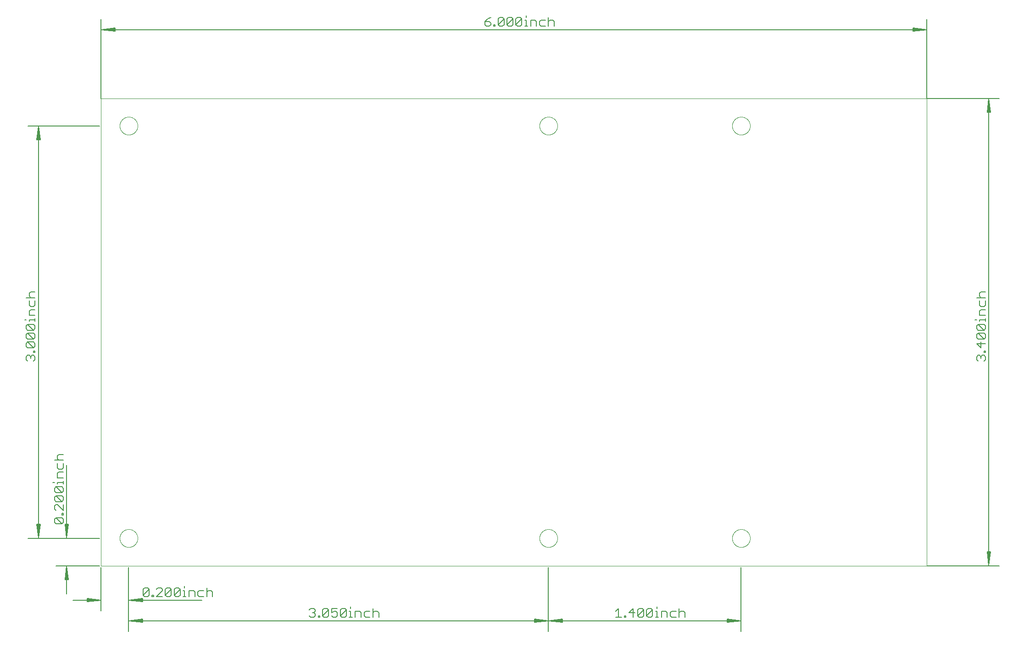
<source format=gbo>
G75*
%MOIN*%
%OFA0B0*%
%FSLAX25Y25*%
%IPPOS*%
%LPD*%
%AMOC8*
5,1,8,0,0,1.08239X$1,22.5*
%
%ADD10C,0.00000*%
%ADD11C,0.00512*%
%ADD12C,0.00600*%
D10*
X0240000Y0265000D02*
X0240000Y0605000D01*
X0840000Y0605000D01*
X0840000Y0265000D01*
X0240000Y0265000D01*
X0253500Y0285000D02*
X0253502Y0285161D01*
X0253508Y0285321D01*
X0253518Y0285482D01*
X0253532Y0285642D01*
X0253550Y0285802D01*
X0253571Y0285961D01*
X0253597Y0286120D01*
X0253627Y0286278D01*
X0253660Y0286435D01*
X0253698Y0286592D01*
X0253739Y0286747D01*
X0253784Y0286901D01*
X0253833Y0287054D01*
X0253886Y0287206D01*
X0253942Y0287357D01*
X0254003Y0287506D01*
X0254066Y0287654D01*
X0254134Y0287800D01*
X0254205Y0287944D01*
X0254279Y0288086D01*
X0254357Y0288227D01*
X0254439Y0288365D01*
X0254524Y0288502D01*
X0254612Y0288636D01*
X0254704Y0288768D01*
X0254799Y0288898D01*
X0254897Y0289026D01*
X0254998Y0289151D01*
X0255102Y0289273D01*
X0255209Y0289393D01*
X0255319Y0289510D01*
X0255432Y0289625D01*
X0255548Y0289736D01*
X0255667Y0289845D01*
X0255788Y0289950D01*
X0255912Y0290053D01*
X0256038Y0290153D01*
X0256166Y0290249D01*
X0256297Y0290342D01*
X0256431Y0290432D01*
X0256566Y0290519D01*
X0256704Y0290602D01*
X0256843Y0290682D01*
X0256985Y0290758D01*
X0257128Y0290831D01*
X0257273Y0290900D01*
X0257420Y0290966D01*
X0257568Y0291028D01*
X0257718Y0291086D01*
X0257869Y0291141D01*
X0258022Y0291192D01*
X0258176Y0291239D01*
X0258331Y0291282D01*
X0258487Y0291321D01*
X0258643Y0291357D01*
X0258801Y0291388D01*
X0258959Y0291416D01*
X0259118Y0291440D01*
X0259278Y0291460D01*
X0259438Y0291476D01*
X0259598Y0291488D01*
X0259759Y0291496D01*
X0259920Y0291500D01*
X0260080Y0291500D01*
X0260241Y0291496D01*
X0260402Y0291488D01*
X0260562Y0291476D01*
X0260722Y0291460D01*
X0260882Y0291440D01*
X0261041Y0291416D01*
X0261199Y0291388D01*
X0261357Y0291357D01*
X0261513Y0291321D01*
X0261669Y0291282D01*
X0261824Y0291239D01*
X0261978Y0291192D01*
X0262131Y0291141D01*
X0262282Y0291086D01*
X0262432Y0291028D01*
X0262580Y0290966D01*
X0262727Y0290900D01*
X0262872Y0290831D01*
X0263015Y0290758D01*
X0263157Y0290682D01*
X0263296Y0290602D01*
X0263434Y0290519D01*
X0263569Y0290432D01*
X0263703Y0290342D01*
X0263834Y0290249D01*
X0263962Y0290153D01*
X0264088Y0290053D01*
X0264212Y0289950D01*
X0264333Y0289845D01*
X0264452Y0289736D01*
X0264568Y0289625D01*
X0264681Y0289510D01*
X0264791Y0289393D01*
X0264898Y0289273D01*
X0265002Y0289151D01*
X0265103Y0289026D01*
X0265201Y0288898D01*
X0265296Y0288768D01*
X0265388Y0288636D01*
X0265476Y0288502D01*
X0265561Y0288365D01*
X0265643Y0288227D01*
X0265721Y0288086D01*
X0265795Y0287944D01*
X0265866Y0287800D01*
X0265934Y0287654D01*
X0265997Y0287506D01*
X0266058Y0287357D01*
X0266114Y0287206D01*
X0266167Y0287054D01*
X0266216Y0286901D01*
X0266261Y0286747D01*
X0266302Y0286592D01*
X0266340Y0286435D01*
X0266373Y0286278D01*
X0266403Y0286120D01*
X0266429Y0285961D01*
X0266450Y0285802D01*
X0266468Y0285642D01*
X0266482Y0285482D01*
X0266492Y0285321D01*
X0266498Y0285161D01*
X0266500Y0285000D01*
X0266498Y0284839D01*
X0266492Y0284679D01*
X0266482Y0284518D01*
X0266468Y0284358D01*
X0266450Y0284198D01*
X0266429Y0284039D01*
X0266403Y0283880D01*
X0266373Y0283722D01*
X0266340Y0283565D01*
X0266302Y0283408D01*
X0266261Y0283253D01*
X0266216Y0283099D01*
X0266167Y0282946D01*
X0266114Y0282794D01*
X0266058Y0282643D01*
X0265997Y0282494D01*
X0265934Y0282346D01*
X0265866Y0282200D01*
X0265795Y0282056D01*
X0265721Y0281914D01*
X0265643Y0281773D01*
X0265561Y0281635D01*
X0265476Y0281498D01*
X0265388Y0281364D01*
X0265296Y0281232D01*
X0265201Y0281102D01*
X0265103Y0280974D01*
X0265002Y0280849D01*
X0264898Y0280727D01*
X0264791Y0280607D01*
X0264681Y0280490D01*
X0264568Y0280375D01*
X0264452Y0280264D01*
X0264333Y0280155D01*
X0264212Y0280050D01*
X0264088Y0279947D01*
X0263962Y0279847D01*
X0263834Y0279751D01*
X0263703Y0279658D01*
X0263569Y0279568D01*
X0263434Y0279481D01*
X0263296Y0279398D01*
X0263157Y0279318D01*
X0263015Y0279242D01*
X0262872Y0279169D01*
X0262727Y0279100D01*
X0262580Y0279034D01*
X0262432Y0278972D01*
X0262282Y0278914D01*
X0262131Y0278859D01*
X0261978Y0278808D01*
X0261824Y0278761D01*
X0261669Y0278718D01*
X0261513Y0278679D01*
X0261357Y0278643D01*
X0261199Y0278612D01*
X0261041Y0278584D01*
X0260882Y0278560D01*
X0260722Y0278540D01*
X0260562Y0278524D01*
X0260402Y0278512D01*
X0260241Y0278504D01*
X0260080Y0278500D01*
X0259920Y0278500D01*
X0259759Y0278504D01*
X0259598Y0278512D01*
X0259438Y0278524D01*
X0259278Y0278540D01*
X0259118Y0278560D01*
X0258959Y0278584D01*
X0258801Y0278612D01*
X0258643Y0278643D01*
X0258487Y0278679D01*
X0258331Y0278718D01*
X0258176Y0278761D01*
X0258022Y0278808D01*
X0257869Y0278859D01*
X0257718Y0278914D01*
X0257568Y0278972D01*
X0257420Y0279034D01*
X0257273Y0279100D01*
X0257128Y0279169D01*
X0256985Y0279242D01*
X0256843Y0279318D01*
X0256704Y0279398D01*
X0256566Y0279481D01*
X0256431Y0279568D01*
X0256297Y0279658D01*
X0256166Y0279751D01*
X0256038Y0279847D01*
X0255912Y0279947D01*
X0255788Y0280050D01*
X0255667Y0280155D01*
X0255548Y0280264D01*
X0255432Y0280375D01*
X0255319Y0280490D01*
X0255209Y0280607D01*
X0255102Y0280727D01*
X0254998Y0280849D01*
X0254897Y0280974D01*
X0254799Y0281102D01*
X0254704Y0281232D01*
X0254612Y0281364D01*
X0254524Y0281498D01*
X0254439Y0281635D01*
X0254357Y0281773D01*
X0254279Y0281914D01*
X0254205Y0282056D01*
X0254134Y0282200D01*
X0254066Y0282346D01*
X0254003Y0282494D01*
X0253942Y0282643D01*
X0253886Y0282794D01*
X0253833Y0282946D01*
X0253784Y0283099D01*
X0253739Y0283253D01*
X0253698Y0283408D01*
X0253660Y0283565D01*
X0253627Y0283722D01*
X0253597Y0283880D01*
X0253571Y0284039D01*
X0253550Y0284198D01*
X0253532Y0284358D01*
X0253518Y0284518D01*
X0253508Y0284679D01*
X0253502Y0284839D01*
X0253500Y0285000D01*
X0558500Y0285000D02*
X0558502Y0285161D01*
X0558508Y0285321D01*
X0558518Y0285482D01*
X0558532Y0285642D01*
X0558550Y0285802D01*
X0558571Y0285961D01*
X0558597Y0286120D01*
X0558627Y0286278D01*
X0558660Y0286435D01*
X0558698Y0286592D01*
X0558739Y0286747D01*
X0558784Y0286901D01*
X0558833Y0287054D01*
X0558886Y0287206D01*
X0558942Y0287357D01*
X0559003Y0287506D01*
X0559066Y0287654D01*
X0559134Y0287800D01*
X0559205Y0287944D01*
X0559279Y0288086D01*
X0559357Y0288227D01*
X0559439Y0288365D01*
X0559524Y0288502D01*
X0559612Y0288636D01*
X0559704Y0288768D01*
X0559799Y0288898D01*
X0559897Y0289026D01*
X0559998Y0289151D01*
X0560102Y0289273D01*
X0560209Y0289393D01*
X0560319Y0289510D01*
X0560432Y0289625D01*
X0560548Y0289736D01*
X0560667Y0289845D01*
X0560788Y0289950D01*
X0560912Y0290053D01*
X0561038Y0290153D01*
X0561166Y0290249D01*
X0561297Y0290342D01*
X0561431Y0290432D01*
X0561566Y0290519D01*
X0561704Y0290602D01*
X0561843Y0290682D01*
X0561985Y0290758D01*
X0562128Y0290831D01*
X0562273Y0290900D01*
X0562420Y0290966D01*
X0562568Y0291028D01*
X0562718Y0291086D01*
X0562869Y0291141D01*
X0563022Y0291192D01*
X0563176Y0291239D01*
X0563331Y0291282D01*
X0563487Y0291321D01*
X0563643Y0291357D01*
X0563801Y0291388D01*
X0563959Y0291416D01*
X0564118Y0291440D01*
X0564278Y0291460D01*
X0564438Y0291476D01*
X0564598Y0291488D01*
X0564759Y0291496D01*
X0564920Y0291500D01*
X0565080Y0291500D01*
X0565241Y0291496D01*
X0565402Y0291488D01*
X0565562Y0291476D01*
X0565722Y0291460D01*
X0565882Y0291440D01*
X0566041Y0291416D01*
X0566199Y0291388D01*
X0566357Y0291357D01*
X0566513Y0291321D01*
X0566669Y0291282D01*
X0566824Y0291239D01*
X0566978Y0291192D01*
X0567131Y0291141D01*
X0567282Y0291086D01*
X0567432Y0291028D01*
X0567580Y0290966D01*
X0567727Y0290900D01*
X0567872Y0290831D01*
X0568015Y0290758D01*
X0568157Y0290682D01*
X0568296Y0290602D01*
X0568434Y0290519D01*
X0568569Y0290432D01*
X0568703Y0290342D01*
X0568834Y0290249D01*
X0568962Y0290153D01*
X0569088Y0290053D01*
X0569212Y0289950D01*
X0569333Y0289845D01*
X0569452Y0289736D01*
X0569568Y0289625D01*
X0569681Y0289510D01*
X0569791Y0289393D01*
X0569898Y0289273D01*
X0570002Y0289151D01*
X0570103Y0289026D01*
X0570201Y0288898D01*
X0570296Y0288768D01*
X0570388Y0288636D01*
X0570476Y0288502D01*
X0570561Y0288365D01*
X0570643Y0288227D01*
X0570721Y0288086D01*
X0570795Y0287944D01*
X0570866Y0287800D01*
X0570934Y0287654D01*
X0570997Y0287506D01*
X0571058Y0287357D01*
X0571114Y0287206D01*
X0571167Y0287054D01*
X0571216Y0286901D01*
X0571261Y0286747D01*
X0571302Y0286592D01*
X0571340Y0286435D01*
X0571373Y0286278D01*
X0571403Y0286120D01*
X0571429Y0285961D01*
X0571450Y0285802D01*
X0571468Y0285642D01*
X0571482Y0285482D01*
X0571492Y0285321D01*
X0571498Y0285161D01*
X0571500Y0285000D01*
X0571498Y0284839D01*
X0571492Y0284679D01*
X0571482Y0284518D01*
X0571468Y0284358D01*
X0571450Y0284198D01*
X0571429Y0284039D01*
X0571403Y0283880D01*
X0571373Y0283722D01*
X0571340Y0283565D01*
X0571302Y0283408D01*
X0571261Y0283253D01*
X0571216Y0283099D01*
X0571167Y0282946D01*
X0571114Y0282794D01*
X0571058Y0282643D01*
X0570997Y0282494D01*
X0570934Y0282346D01*
X0570866Y0282200D01*
X0570795Y0282056D01*
X0570721Y0281914D01*
X0570643Y0281773D01*
X0570561Y0281635D01*
X0570476Y0281498D01*
X0570388Y0281364D01*
X0570296Y0281232D01*
X0570201Y0281102D01*
X0570103Y0280974D01*
X0570002Y0280849D01*
X0569898Y0280727D01*
X0569791Y0280607D01*
X0569681Y0280490D01*
X0569568Y0280375D01*
X0569452Y0280264D01*
X0569333Y0280155D01*
X0569212Y0280050D01*
X0569088Y0279947D01*
X0568962Y0279847D01*
X0568834Y0279751D01*
X0568703Y0279658D01*
X0568569Y0279568D01*
X0568434Y0279481D01*
X0568296Y0279398D01*
X0568157Y0279318D01*
X0568015Y0279242D01*
X0567872Y0279169D01*
X0567727Y0279100D01*
X0567580Y0279034D01*
X0567432Y0278972D01*
X0567282Y0278914D01*
X0567131Y0278859D01*
X0566978Y0278808D01*
X0566824Y0278761D01*
X0566669Y0278718D01*
X0566513Y0278679D01*
X0566357Y0278643D01*
X0566199Y0278612D01*
X0566041Y0278584D01*
X0565882Y0278560D01*
X0565722Y0278540D01*
X0565562Y0278524D01*
X0565402Y0278512D01*
X0565241Y0278504D01*
X0565080Y0278500D01*
X0564920Y0278500D01*
X0564759Y0278504D01*
X0564598Y0278512D01*
X0564438Y0278524D01*
X0564278Y0278540D01*
X0564118Y0278560D01*
X0563959Y0278584D01*
X0563801Y0278612D01*
X0563643Y0278643D01*
X0563487Y0278679D01*
X0563331Y0278718D01*
X0563176Y0278761D01*
X0563022Y0278808D01*
X0562869Y0278859D01*
X0562718Y0278914D01*
X0562568Y0278972D01*
X0562420Y0279034D01*
X0562273Y0279100D01*
X0562128Y0279169D01*
X0561985Y0279242D01*
X0561843Y0279318D01*
X0561704Y0279398D01*
X0561566Y0279481D01*
X0561431Y0279568D01*
X0561297Y0279658D01*
X0561166Y0279751D01*
X0561038Y0279847D01*
X0560912Y0279947D01*
X0560788Y0280050D01*
X0560667Y0280155D01*
X0560548Y0280264D01*
X0560432Y0280375D01*
X0560319Y0280490D01*
X0560209Y0280607D01*
X0560102Y0280727D01*
X0559998Y0280849D01*
X0559897Y0280974D01*
X0559799Y0281102D01*
X0559704Y0281232D01*
X0559612Y0281364D01*
X0559524Y0281498D01*
X0559439Y0281635D01*
X0559357Y0281773D01*
X0559279Y0281914D01*
X0559205Y0282056D01*
X0559134Y0282200D01*
X0559066Y0282346D01*
X0559003Y0282494D01*
X0558942Y0282643D01*
X0558886Y0282794D01*
X0558833Y0282946D01*
X0558784Y0283099D01*
X0558739Y0283253D01*
X0558698Y0283408D01*
X0558660Y0283565D01*
X0558627Y0283722D01*
X0558597Y0283880D01*
X0558571Y0284039D01*
X0558550Y0284198D01*
X0558532Y0284358D01*
X0558518Y0284518D01*
X0558508Y0284679D01*
X0558502Y0284839D01*
X0558500Y0285000D01*
X0698500Y0285000D02*
X0698502Y0285161D01*
X0698508Y0285321D01*
X0698518Y0285482D01*
X0698532Y0285642D01*
X0698550Y0285802D01*
X0698571Y0285961D01*
X0698597Y0286120D01*
X0698627Y0286278D01*
X0698660Y0286435D01*
X0698698Y0286592D01*
X0698739Y0286747D01*
X0698784Y0286901D01*
X0698833Y0287054D01*
X0698886Y0287206D01*
X0698942Y0287357D01*
X0699003Y0287506D01*
X0699066Y0287654D01*
X0699134Y0287800D01*
X0699205Y0287944D01*
X0699279Y0288086D01*
X0699357Y0288227D01*
X0699439Y0288365D01*
X0699524Y0288502D01*
X0699612Y0288636D01*
X0699704Y0288768D01*
X0699799Y0288898D01*
X0699897Y0289026D01*
X0699998Y0289151D01*
X0700102Y0289273D01*
X0700209Y0289393D01*
X0700319Y0289510D01*
X0700432Y0289625D01*
X0700548Y0289736D01*
X0700667Y0289845D01*
X0700788Y0289950D01*
X0700912Y0290053D01*
X0701038Y0290153D01*
X0701166Y0290249D01*
X0701297Y0290342D01*
X0701431Y0290432D01*
X0701566Y0290519D01*
X0701704Y0290602D01*
X0701843Y0290682D01*
X0701985Y0290758D01*
X0702128Y0290831D01*
X0702273Y0290900D01*
X0702420Y0290966D01*
X0702568Y0291028D01*
X0702718Y0291086D01*
X0702869Y0291141D01*
X0703022Y0291192D01*
X0703176Y0291239D01*
X0703331Y0291282D01*
X0703487Y0291321D01*
X0703643Y0291357D01*
X0703801Y0291388D01*
X0703959Y0291416D01*
X0704118Y0291440D01*
X0704278Y0291460D01*
X0704438Y0291476D01*
X0704598Y0291488D01*
X0704759Y0291496D01*
X0704920Y0291500D01*
X0705080Y0291500D01*
X0705241Y0291496D01*
X0705402Y0291488D01*
X0705562Y0291476D01*
X0705722Y0291460D01*
X0705882Y0291440D01*
X0706041Y0291416D01*
X0706199Y0291388D01*
X0706357Y0291357D01*
X0706513Y0291321D01*
X0706669Y0291282D01*
X0706824Y0291239D01*
X0706978Y0291192D01*
X0707131Y0291141D01*
X0707282Y0291086D01*
X0707432Y0291028D01*
X0707580Y0290966D01*
X0707727Y0290900D01*
X0707872Y0290831D01*
X0708015Y0290758D01*
X0708157Y0290682D01*
X0708296Y0290602D01*
X0708434Y0290519D01*
X0708569Y0290432D01*
X0708703Y0290342D01*
X0708834Y0290249D01*
X0708962Y0290153D01*
X0709088Y0290053D01*
X0709212Y0289950D01*
X0709333Y0289845D01*
X0709452Y0289736D01*
X0709568Y0289625D01*
X0709681Y0289510D01*
X0709791Y0289393D01*
X0709898Y0289273D01*
X0710002Y0289151D01*
X0710103Y0289026D01*
X0710201Y0288898D01*
X0710296Y0288768D01*
X0710388Y0288636D01*
X0710476Y0288502D01*
X0710561Y0288365D01*
X0710643Y0288227D01*
X0710721Y0288086D01*
X0710795Y0287944D01*
X0710866Y0287800D01*
X0710934Y0287654D01*
X0710997Y0287506D01*
X0711058Y0287357D01*
X0711114Y0287206D01*
X0711167Y0287054D01*
X0711216Y0286901D01*
X0711261Y0286747D01*
X0711302Y0286592D01*
X0711340Y0286435D01*
X0711373Y0286278D01*
X0711403Y0286120D01*
X0711429Y0285961D01*
X0711450Y0285802D01*
X0711468Y0285642D01*
X0711482Y0285482D01*
X0711492Y0285321D01*
X0711498Y0285161D01*
X0711500Y0285000D01*
X0711498Y0284839D01*
X0711492Y0284679D01*
X0711482Y0284518D01*
X0711468Y0284358D01*
X0711450Y0284198D01*
X0711429Y0284039D01*
X0711403Y0283880D01*
X0711373Y0283722D01*
X0711340Y0283565D01*
X0711302Y0283408D01*
X0711261Y0283253D01*
X0711216Y0283099D01*
X0711167Y0282946D01*
X0711114Y0282794D01*
X0711058Y0282643D01*
X0710997Y0282494D01*
X0710934Y0282346D01*
X0710866Y0282200D01*
X0710795Y0282056D01*
X0710721Y0281914D01*
X0710643Y0281773D01*
X0710561Y0281635D01*
X0710476Y0281498D01*
X0710388Y0281364D01*
X0710296Y0281232D01*
X0710201Y0281102D01*
X0710103Y0280974D01*
X0710002Y0280849D01*
X0709898Y0280727D01*
X0709791Y0280607D01*
X0709681Y0280490D01*
X0709568Y0280375D01*
X0709452Y0280264D01*
X0709333Y0280155D01*
X0709212Y0280050D01*
X0709088Y0279947D01*
X0708962Y0279847D01*
X0708834Y0279751D01*
X0708703Y0279658D01*
X0708569Y0279568D01*
X0708434Y0279481D01*
X0708296Y0279398D01*
X0708157Y0279318D01*
X0708015Y0279242D01*
X0707872Y0279169D01*
X0707727Y0279100D01*
X0707580Y0279034D01*
X0707432Y0278972D01*
X0707282Y0278914D01*
X0707131Y0278859D01*
X0706978Y0278808D01*
X0706824Y0278761D01*
X0706669Y0278718D01*
X0706513Y0278679D01*
X0706357Y0278643D01*
X0706199Y0278612D01*
X0706041Y0278584D01*
X0705882Y0278560D01*
X0705722Y0278540D01*
X0705562Y0278524D01*
X0705402Y0278512D01*
X0705241Y0278504D01*
X0705080Y0278500D01*
X0704920Y0278500D01*
X0704759Y0278504D01*
X0704598Y0278512D01*
X0704438Y0278524D01*
X0704278Y0278540D01*
X0704118Y0278560D01*
X0703959Y0278584D01*
X0703801Y0278612D01*
X0703643Y0278643D01*
X0703487Y0278679D01*
X0703331Y0278718D01*
X0703176Y0278761D01*
X0703022Y0278808D01*
X0702869Y0278859D01*
X0702718Y0278914D01*
X0702568Y0278972D01*
X0702420Y0279034D01*
X0702273Y0279100D01*
X0702128Y0279169D01*
X0701985Y0279242D01*
X0701843Y0279318D01*
X0701704Y0279398D01*
X0701566Y0279481D01*
X0701431Y0279568D01*
X0701297Y0279658D01*
X0701166Y0279751D01*
X0701038Y0279847D01*
X0700912Y0279947D01*
X0700788Y0280050D01*
X0700667Y0280155D01*
X0700548Y0280264D01*
X0700432Y0280375D01*
X0700319Y0280490D01*
X0700209Y0280607D01*
X0700102Y0280727D01*
X0699998Y0280849D01*
X0699897Y0280974D01*
X0699799Y0281102D01*
X0699704Y0281232D01*
X0699612Y0281364D01*
X0699524Y0281498D01*
X0699439Y0281635D01*
X0699357Y0281773D01*
X0699279Y0281914D01*
X0699205Y0282056D01*
X0699134Y0282200D01*
X0699066Y0282346D01*
X0699003Y0282494D01*
X0698942Y0282643D01*
X0698886Y0282794D01*
X0698833Y0282946D01*
X0698784Y0283099D01*
X0698739Y0283253D01*
X0698698Y0283408D01*
X0698660Y0283565D01*
X0698627Y0283722D01*
X0698597Y0283880D01*
X0698571Y0284039D01*
X0698550Y0284198D01*
X0698532Y0284358D01*
X0698518Y0284518D01*
X0698508Y0284679D01*
X0698502Y0284839D01*
X0698500Y0285000D01*
X0698500Y0585000D02*
X0698502Y0585161D01*
X0698508Y0585321D01*
X0698518Y0585482D01*
X0698532Y0585642D01*
X0698550Y0585802D01*
X0698571Y0585961D01*
X0698597Y0586120D01*
X0698627Y0586278D01*
X0698660Y0586435D01*
X0698698Y0586592D01*
X0698739Y0586747D01*
X0698784Y0586901D01*
X0698833Y0587054D01*
X0698886Y0587206D01*
X0698942Y0587357D01*
X0699003Y0587506D01*
X0699066Y0587654D01*
X0699134Y0587800D01*
X0699205Y0587944D01*
X0699279Y0588086D01*
X0699357Y0588227D01*
X0699439Y0588365D01*
X0699524Y0588502D01*
X0699612Y0588636D01*
X0699704Y0588768D01*
X0699799Y0588898D01*
X0699897Y0589026D01*
X0699998Y0589151D01*
X0700102Y0589273D01*
X0700209Y0589393D01*
X0700319Y0589510D01*
X0700432Y0589625D01*
X0700548Y0589736D01*
X0700667Y0589845D01*
X0700788Y0589950D01*
X0700912Y0590053D01*
X0701038Y0590153D01*
X0701166Y0590249D01*
X0701297Y0590342D01*
X0701431Y0590432D01*
X0701566Y0590519D01*
X0701704Y0590602D01*
X0701843Y0590682D01*
X0701985Y0590758D01*
X0702128Y0590831D01*
X0702273Y0590900D01*
X0702420Y0590966D01*
X0702568Y0591028D01*
X0702718Y0591086D01*
X0702869Y0591141D01*
X0703022Y0591192D01*
X0703176Y0591239D01*
X0703331Y0591282D01*
X0703487Y0591321D01*
X0703643Y0591357D01*
X0703801Y0591388D01*
X0703959Y0591416D01*
X0704118Y0591440D01*
X0704278Y0591460D01*
X0704438Y0591476D01*
X0704598Y0591488D01*
X0704759Y0591496D01*
X0704920Y0591500D01*
X0705080Y0591500D01*
X0705241Y0591496D01*
X0705402Y0591488D01*
X0705562Y0591476D01*
X0705722Y0591460D01*
X0705882Y0591440D01*
X0706041Y0591416D01*
X0706199Y0591388D01*
X0706357Y0591357D01*
X0706513Y0591321D01*
X0706669Y0591282D01*
X0706824Y0591239D01*
X0706978Y0591192D01*
X0707131Y0591141D01*
X0707282Y0591086D01*
X0707432Y0591028D01*
X0707580Y0590966D01*
X0707727Y0590900D01*
X0707872Y0590831D01*
X0708015Y0590758D01*
X0708157Y0590682D01*
X0708296Y0590602D01*
X0708434Y0590519D01*
X0708569Y0590432D01*
X0708703Y0590342D01*
X0708834Y0590249D01*
X0708962Y0590153D01*
X0709088Y0590053D01*
X0709212Y0589950D01*
X0709333Y0589845D01*
X0709452Y0589736D01*
X0709568Y0589625D01*
X0709681Y0589510D01*
X0709791Y0589393D01*
X0709898Y0589273D01*
X0710002Y0589151D01*
X0710103Y0589026D01*
X0710201Y0588898D01*
X0710296Y0588768D01*
X0710388Y0588636D01*
X0710476Y0588502D01*
X0710561Y0588365D01*
X0710643Y0588227D01*
X0710721Y0588086D01*
X0710795Y0587944D01*
X0710866Y0587800D01*
X0710934Y0587654D01*
X0710997Y0587506D01*
X0711058Y0587357D01*
X0711114Y0587206D01*
X0711167Y0587054D01*
X0711216Y0586901D01*
X0711261Y0586747D01*
X0711302Y0586592D01*
X0711340Y0586435D01*
X0711373Y0586278D01*
X0711403Y0586120D01*
X0711429Y0585961D01*
X0711450Y0585802D01*
X0711468Y0585642D01*
X0711482Y0585482D01*
X0711492Y0585321D01*
X0711498Y0585161D01*
X0711500Y0585000D01*
X0711498Y0584839D01*
X0711492Y0584679D01*
X0711482Y0584518D01*
X0711468Y0584358D01*
X0711450Y0584198D01*
X0711429Y0584039D01*
X0711403Y0583880D01*
X0711373Y0583722D01*
X0711340Y0583565D01*
X0711302Y0583408D01*
X0711261Y0583253D01*
X0711216Y0583099D01*
X0711167Y0582946D01*
X0711114Y0582794D01*
X0711058Y0582643D01*
X0710997Y0582494D01*
X0710934Y0582346D01*
X0710866Y0582200D01*
X0710795Y0582056D01*
X0710721Y0581914D01*
X0710643Y0581773D01*
X0710561Y0581635D01*
X0710476Y0581498D01*
X0710388Y0581364D01*
X0710296Y0581232D01*
X0710201Y0581102D01*
X0710103Y0580974D01*
X0710002Y0580849D01*
X0709898Y0580727D01*
X0709791Y0580607D01*
X0709681Y0580490D01*
X0709568Y0580375D01*
X0709452Y0580264D01*
X0709333Y0580155D01*
X0709212Y0580050D01*
X0709088Y0579947D01*
X0708962Y0579847D01*
X0708834Y0579751D01*
X0708703Y0579658D01*
X0708569Y0579568D01*
X0708434Y0579481D01*
X0708296Y0579398D01*
X0708157Y0579318D01*
X0708015Y0579242D01*
X0707872Y0579169D01*
X0707727Y0579100D01*
X0707580Y0579034D01*
X0707432Y0578972D01*
X0707282Y0578914D01*
X0707131Y0578859D01*
X0706978Y0578808D01*
X0706824Y0578761D01*
X0706669Y0578718D01*
X0706513Y0578679D01*
X0706357Y0578643D01*
X0706199Y0578612D01*
X0706041Y0578584D01*
X0705882Y0578560D01*
X0705722Y0578540D01*
X0705562Y0578524D01*
X0705402Y0578512D01*
X0705241Y0578504D01*
X0705080Y0578500D01*
X0704920Y0578500D01*
X0704759Y0578504D01*
X0704598Y0578512D01*
X0704438Y0578524D01*
X0704278Y0578540D01*
X0704118Y0578560D01*
X0703959Y0578584D01*
X0703801Y0578612D01*
X0703643Y0578643D01*
X0703487Y0578679D01*
X0703331Y0578718D01*
X0703176Y0578761D01*
X0703022Y0578808D01*
X0702869Y0578859D01*
X0702718Y0578914D01*
X0702568Y0578972D01*
X0702420Y0579034D01*
X0702273Y0579100D01*
X0702128Y0579169D01*
X0701985Y0579242D01*
X0701843Y0579318D01*
X0701704Y0579398D01*
X0701566Y0579481D01*
X0701431Y0579568D01*
X0701297Y0579658D01*
X0701166Y0579751D01*
X0701038Y0579847D01*
X0700912Y0579947D01*
X0700788Y0580050D01*
X0700667Y0580155D01*
X0700548Y0580264D01*
X0700432Y0580375D01*
X0700319Y0580490D01*
X0700209Y0580607D01*
X0700102Y0580727D01*
X0699998Y0580849D01*
X0699897Y0580974D01*
X0699799Y0581102D01*
X0699704Y0581232D01*
X0699612Y0581364D01*
X0699524Y0581498D01*
X0699439Y0581635D01*
X0699357Y0581773D01*
X0699279Y0581914D01*
X0699205Y0582056D01*
X0699134Y0582200D01*
X0699066Y0582346D01*
X0699003Y0582494D01*
X0698942Y0582643D01*
X0698886Y0582794D01*
X0698833Y0582946D01*
X0698784Y0583099D01*
X0698739Y0583253D01*
X0698698Y0583408D01*
X0698660Y0583565D01*
X0698627Y0583722D01*
X0698597Y0583880D01*
X0698571Y0584039D01*
X0698550Y0584198D01*
X0698532Y0584358D01*
X0698518Y0584518D01*
X0698508Y0584679D01*
X0698502Y0584839D01*
X0698500Y0585000D01*
X0558500Y0585000D02*
X0558502Y0585161D01*
X0558508Y0585321D01*
X0558518Y0585482D01*
X0558532Y0585642D01*
X0558550Y0585802D01*
X0558571Y0585961D01*
X0558597Y0586120D01*
X0558627Y0586278D01*
X0558660Y0586435D01*
X0558698Y0586592D01*
X0558739Y0586747D01*
X0558784Y0586901D01*
X0558833Y0587054D01*
X0558886Y0587206D01*
X0558942Y0587357D01*
X0559003Y0587506D01*
X0559066Y0587654D01*
X0559134Y0587800D01*
X0559205Y0587944D01*
X0559279Y0588086D01*
X0559357Y0588227D01*
X0559439Y0588365D01*
X0559524Y0588502D01*
X0559612Y0588636D01*
X0559704Y0588768D01*
X0559799Y0588898D01*
X0559897Y0589026D01*
X0559998Y0589151D01*
X0560102Y0589273D01*
X0560209Y0589393D01*
X0560319Y0589510D01*
X0560432Y0589625D01*
X0560548Y0589736D01*
X0560667Y0589845D01*
X0560788Y0589950D01*
X0560912Y0590053D01*
X0561038Y0590153D01*
X0561166Y0590249D01*
X0561297Y0590342D01*
X0561431Y0590432D01*
X0561566Y0590519D01*
X0561704Y0590602D01*
X0561843Y0590682D01*
X0561985Y0590758D01*
X0562128Y0590831D01*
X0562273Y0590900D01*
X0562420Y0590966D01*
X0562568Y0591028D01*
X0562718Y0591086D01*
X0562869Y0591141D01*
X0563022Y0591192D01*
X0563176Y0591239D01*
X0563331Y0591282D01*
X0563487Y0591321D01*
X0563643Y0591357D01*
X0563801Y0591388D01*
X0563959Y0591416D01*
X0564118Y0591440D01*
X0564278Y0591460D01*
X0564438Y0591476D01*
X0564598Y0591488D01*
X0564759Y0591496D01*
X0564920Y0591500D01*
X0565080Y0591500D01*
X0565241Y0591496D01*
X0565402Y0591488D01*
X0565562Y0591476D01*
X0565722Y0591460D01*
X0565882Y0591440D01*
X0566041Y0591416D01*
X0566199Y0591388D01*
X0566357Y0591357D01*
X0566513Y0591321D01*
X0566669Y0591282D01*
X0566824Y0591239D01*
X0566978Y0591192D01*
X0567131Y0591141D01*
X0567282Y0591086D01*
X0567432Y0591028D01*
X0567580Y0590966D01*
X0567727Y0590900D01*
X0567872Y0590831D01*
X0568015Y0590758D01*
X0568157Y0590682D01*
X0568296Y0590602D01*
X0568434Y0590519D01*
X0568569Y0590432D01*
X0568703Y0590342D01*
X0568834Y0590249D01*
X0568962Y0590153D01*
X0569088Y0590053D01*
X0569212Y0589950D01*
X0569333Y0589845D01*
X0569452Y0589736D01*
X0569568Y0589625D01*
X0569681Y0589510D01*
X0569791Y0589393D01*
X0569898Y0589273D01*
X0570002Y0589151D01*
X0570103Y0589026D01*
X0570201Y0588898D01*
X0570296Y0588768D01*
X0570388Y0588636D01*
X0570476Y0588502D01*
X0570561Y0588365D01*
X0570643Y0588227D01*
X0570721Y0588086D01*
X0570795Y0587944D01*
X0570866Y0587800D01*
X0570934Y0587654D01*
X0570997Y0587506D01*
X0571058Y0587357D01*
X0571114Y0587206D01*
X0571167Y0587054D01*
X0571216Y0586901D01*
X0571261Y0586747D01*
X0571302Y0586592D01*
X0571340Y0586435D01*
X0571373Y0586278D01*
X0571403Y0586120D01*
X0571429Y0585961D01*
X0571450Y0585802D01*
X0571468Y0585642D01*
X0571482Y0585482D01*
X0571492Y0585321D01*
X0571498Y0585161D01*
X0571500Y0585000D01*
X0571498Y0584839D01*
X0571492Y0584679D01*
X0571482Y0584518D01*
X0571468Y0584358D01*
X0571450Y0584198D01*
X0571429Y0584039D01*
X0571403Y0583880D01*
X0571373Y0583722D01*
X0571340Y0583565D01*
X0571302Y0583408D01*
X0571261Y0583253D01*
X0571216Y0583099D01*
X0571167Y0582946D01*
X0571114Y0582794D01*
X0571058Y0582643D01*
X0570997Y0582494D01*
X0570934Y0582346D01*
X0570866Y0582200D01*
X0570795Y0582056D01*
X0570721Y0581914D01*
X0570643Y0581773D01*
X0570561Y0581635D01*
X0570476Y0581498D01*
X0570388Y0581364D01*
X0570296Y0581232D01*
X0570201Y0581102D01*
X0570103Y0580974D01*
X0570002Y0580849D01*
X0569898Y0580727D01*
X0569791Y0580607D01*
X0569681Y0580490D01*
X0569568Y0580375D01*
X0569452Y0580264D01*
X0569333Y0580155D01*
X0569212Y0580050D01*
X0569088Y0579947D01*
X0568962Y0579847D01*
X0568834Y0579751D01*
X0568703Y0579658D01*
X0568569Y0579568D01*
X0568434Y0579481D01*
X0568296Y0579398D01*
X0568157Y0579318D01*
X0568015Y0579242D01*
X0567872Y0579169D01*
X0567727Y0579100D01*
X0567580Y0579034D01*
X0567432Y0578972D01*
X0567282Y0578914D01*
X0567131Y0578859D01*
X0566978Y0578808D01*
X0566824Y0578761D01*
X0566669Y0578718D01*
X0566513Y0578679D01*
X0566357Y0578643D01*
X0566199Y0578612D01*
X0566041Y0578584D01*
X0565882Y0578560D01*
X0565722Y0578540D01*
X0565562Y0578524D01*
X0565402Y0578512D01*
X0565241Y0578504D01*
X0565080Y0578500D01*
X0564920Y0578500D01*
X0564759Y0578504D01*
X0564598Y0578512D01*
X0564438Y0578524D01*
X0564278Y0578540D01*
X0564118Y0578560D01*
X0563959Y0578584D01*
X0563801Y0578612D01*
X0563643Y0578643D01*
X0563487Y0578679D01*
X0563331Y0578718D01*
X0563176Y0578761D01*
X0563022Y0578808D01*
X0562869Y0578859D01*
X0562718Y0578914D01*
X0562568Y0578972D01*
X0562420Y0579034D01*
X0562273Y0579100D01*
X0562128Y0579169D01*
X0561985Y0579242D01*
X0561843Y0579318D01*
X0561704Y0579398D01*
X0561566Y0579481D01*
X0561431Y0579568D01*
X0561297Y0579658D01*
X0561166Y0579751D01*
X0561038Y0579847D01*
X0560912Y0579947D01*
X0560788Y0580050D01*
X0560667Y0580155D01*
X0560548Y0580264D01*
X0560432Y0580375D01*
X0560319Y0580490D01*
X0560209Y0580607D01*
X0560102Y0580727D01*
X0559998Y0580849D01*
X0559897Y0580974D01*
X0559799Y0581102D01*
X0559704Y0581232D01*
X0559612Y0581364D01*
X0559524Y0581498D01*
X0559439Y0581635D01*
X0559357Y0581773D01*
X0559279Y0581914D01*
X0559205Y0582056D01*
X0559134Y0582200D01*
X0559066Y0582346D01*
X0559003Y0582494D01*
X0558942Y0582643D01*
X0558886Y0582794D01*
X0558833Y0582946D01*
X0558784Y0583099D01*
X0558739Y0583253D01*
X0558698Y0583408D01*
X0558660Y0583565D01*
X0558627Y0583722D01*
X0558597Y0583880D01*
X0558571Y0584039D01*
X0558550Y0584198D01*
X0558532Y0584358D01*
X0558518Y0584518D01*
X0558508Y0584679D01*
X0558502Y0584839D01*
X0558500Y0585000D01*
X0253500Y0585000D02*
X0253502Y0585161D01*
X0253508Y0585321D01*
X0253518Y0585482D01*
X0253532Y0585642D01*
X0253550Y0585802D01*
X0253571Y0585961D01*
X0253597Y0586120D01*
X0253627Y0586278D01*
X0253660Y0586435D01*
X0253698Y0586592D01*
X0253739Y0586747D01*
X0253784Y0586901D01*
X0253833Y0587054D01*
X0253886Y0587206D01*
X0253942Y0587357D01*
X0254003Y0587506D01*
X0254066Y0587654D01*
X0254134Y0587800D01*
X0254205Y0587944D01*
X0254279Y0588086D01*
X0254357Y0588227D01*
X0254439Y0588365D01*
X0254524Y0588502D01*
X0254612Y0588636D01*
X0254704Y0588768D01*
X0254799Y0588898D01*
X0254897Y0589026D01*
X0254998Y0589151D01*
X0255102Y0589273D01*
X0255209Y0589393D01*
X0255319Y0589510D01*
X0255432Y0589625D01*
X0255548Y0589736D01*
X0255667Y0589845D01*
X0255788Y0589950D01*
X0255912Y0590053D01*
X0256038Y0590153D01*
X0256166Y0590249D01*
X0256297Y0590342D01*
X0256431Y0590432D01*
X0256566Y0590519D01*
X0256704Y0590602D01*
X0256843Y0590682D01*
X0256985Y0590758D01*
X0257128Y0590831D01*
X0257273Y0590900D01*
X0257420Y0590966D01*
X0257568Y0591028D01*
X0257718Y0591086D01*
X0257869Y0591141D01*
X0258022Y0591192D01*
X0258176Y0591239D01*
X0258331Y0591282D01*
X0258487Y0591321D01*
X0258643Y0591357D01*
X0258801Y0591388D01*
X0258959Y0591416D01*
X0259118Y0591440D01*
X0259278Y0591460D01*
X0259438Y0591476D01*
X0259598Y0591488D01*
X0259759Y0591496D01*
X0259920Y0591500D01*
X0260080Y0591500D01*
X0260241Y0591496D01*
X0260402Y0591488D01*
X0260562Y0591476D01*
X0260722Y0591460D01*
X0260882Y0591440D01*
X0261041Y0591416D01*
X0261199Y0591388D01*
X0261357Y0591357D01*
X0261513Y0591321D01*
X0261669Y0591282D01*
X0261824Y0591239D01*
X0261978Y0591192D01*
X0262131Y0591141D01*
X0262282Y0591086D01*
X0262432Y0591028D01*
X0262580Y0590966D01*
X0262727Y0590900D01*
X0262872Y0590831D01*
X0263015Y0590758D01*
X0263157Y0590682D01*
X0263296Y0590602D01*
X0263434Y0590519D01*
X0263569Y0590432D01*
X0263703Y0590342D01*
X0263834Y0590249D01*
X0263962Y0590153D01*
X0264088Y0590053D01*
X0264212Y0589950D01*
X0264333Y0589845D01*
X0264452Y0589736D01*
X0264568Y0589625D01*
X0264681Y0589510D01*
X0264791Y0589393D01*
X0264898Y0589273D01*
X0265002Y0589151D01*
X0265103Y0589026D01*
X0265201Y0588898D01*
X0265296Y0588768D01*
X0265388Y0588636D01*
X0265476Y0588502D01*
X0265561Y0588365D01*
X0265643Y0588227D01*
X0265721Y0588086D01*
X0265795Y0587944D01*
X0265866Y0587800D01*
X0265934Y0587654D01*
X0265997Y0587506D01*
X0266058Y0587357D01*
X0266114Y0587206D01*
X0266167Y0587054D01*
X0266216Y0586901D01*
X0266261Y0586747D01*
X0266302Y0586592D01*
X0266340Y0586435D01*
X0266373Y0586278D01*
X0266403Y0586120D01*
X0266429Y0585961D01*
X0266450Y0585802D01*
X0266468Y0585642D01*
X0266482Y0585482D01*
X0266492Y0585321D01*
X0266498Y0585161D01*
X0266500Y0585000D01*
X0266498Y0584839D01*
X0266492Y0584679D01*
X0266482Y0584518D01*
X0266468Y0584358D01*
X0266450Y0584198D01*
X0266429Y0584039D01*
X0266403Y0583880D01*
X0266373Y0583722D01*
X0266340Y0583565D01*
X0266302Y0583408D01*
X0266261Y0583253D01*
X0266216Y0583099D01*
X0266167Y0582946D01*
X0266114Y0582794D01*
X0266058Y0582643D01*
X0265997Y0582494D01*
X0265934Y0582346D01*
X0265866Y0582200D01*
X0265795Y0582056D01*
X0265721Y0581914D01*
X0265643Y0581773D01*
X0265561Y0581635D01*
X0265476Y0581498D01*
X0265388Y0581364D01*
X0265296Y0581232D01*
X0265201Y0581102D01*
X0265103Y0580974D01*
X0265002Y0580849D01*
X0264898Y0580727D01*
X0264791Y0580607D01*
X0264681Y0580490D01*
X0264568Y0580375D01*
X0264452Y0580264D01*
X0264333Y0580155D01*
X0264212Y0580050D01*
X0264088Y0579947D01*
X0263962Y0579847D01*
X0263834Y0579751D01*
X0263703Y0579658D01*
X0263569Y0579568D01*
X0263434Y0579481D01*
X0263296Y0579398D01*
X0263157Y0579318D01*
X0263015Y0579242D01*
X0262872Y0579169D01*
X0262727Y0579100D01*
X0262580Y0579034D01*
X0262432Y0578972D01*
X0262282Y0578914D01*
X0262131Y0578859D01*
X0261978Y0578808D01*
X0261824Y0578761D01*
X0261669Y0578718D01*
X0261513Y0578679D01*
X0261357Y0578643D01*
X0261199Y0578612D01*
X0261041Y0578584D01*
X0260882Y0578560D01*
X0260722Y0578540D01*
X0260562Y0578524D01*
X0260402Y0578512D01*
X0260241Y0578504D01*
X0260080Y0578500D01*
X0259920Y0578500D01*
X0259759Y0578504D01*
X0259598Y0578512D01*
X0259438Y0578524D01*
X0259278Y0578540D01*
X0259118Y0578560D01*
X0258959Y0578584D01*
X0258801Y0578612D01*
X0258643Y0578643D01*
X0258487Y0578679D01*
X0258331Y0578718D01*
X0258176Y0578761D01*
X0258022Y0578808D01*
X0257869Y0578859D01*
X0257718Y0578914D01*
X0257568Y0578972D01*
X0257420Y0579034D01*
X0257273Y0579100D01*
X0257128Y0579169D01*
X0256985Y0579242D01*
X0256843Y0579318D01*
X0256704Y0579398D01*
X0256566Y0579481D01*
X0256431Y0579568D01*
X0256297Y0579658D01*
X0256166Y0579751D01*
X0256038Y0579847D01*
X0255912Y0579947D01*
X0255788Y0580050D01*
X0255667Y0580155D01*
X0255548Y0580264D01*
X0255432Y0580375D01*
X0255319Y0580490D01*
X0255209Y0580607D01*
X0255102Y0580727D01*
X0254998Y0580849D01*
X0254897Y0580974D01*
X0254799Y0581102D01*
X0254704Y0581232D01*
X0254612Y0581364D01*
X0254524Y0581498D01*
X0254439Y0581635D01*
X0254357Y0581773D01*
X0254279Y0581914D01*
X0254205Y0582056D01*
X0254134Y0582200D01*
X0254066Y0582346D01*
X0254003Y0582494D01*
X0253942Y0582643D01*
X0253886Y0582794D01*
X0253833Y0582946D01*
X0253784Y0583099D01*
X0253739Y0583253D01*
X0253698Y0583408D01*
X0253660Y0583565D01*
X0253627Y0583722D01*
X0253597Y0583880D01*
X0253571Y0584039D01*
X0253550Y0584198D01*
X0253532Y0584358D01*
X0253518Y0584518D01*
X0253508Y0584679D01*
X0253502Y0584839D01*
X0253500Y0585000D01*
D11*
X0260000Y0264000D02*
X0260000Y0217323D01*
X0260256Y0225000D02*
X0270236Y0223976D01*
X0270236Y0223743D02*
X0260256Y0225000D01*
X0270236Y0226024D01*
X0270236Y0226257D02*
X0270236Y0223743D01*
X0270236Y0224488D02*
X0260256Y0225000D01*
X0270236Y0225512D01*
X0270236Y0226257D02*
X0260256Y0225000D01*
X0564744Y0225000D01*
X0554764Y0223976D01*
X0554764Y0223743D02*
X0564744Y0225000D01*
X0554764Y0226024D01*
X0554764Y0226257D02*
X0554764Y0223743D01*
X0554764Y0224488D02*
X0564744Y0225000D01*
X0554764Y0225512D01*
X0554764Y0226257D02*
X0564744Y0225000D01*
X0565256Y0225000D02*
X0575236Y0223976D01*
X0575236Y0223743D02*
X0565256Y0225000D01*
X0575236Y0226024D01*
X0575236Y0226257D02*
X0575236Y0223743D01*
X0575236Y0224488D02*
X0565256Y0225000D01*
X0575236Y0225512D01*
X0575236Y0226257D02*
X0565256Y0225000D01*
X0704744Y0225000D01*
X0694764Y0223976D01*
X0694764Y0223743D02*
X0704744Y0225000D01*
X0694764Y0226024D01*
X0694764Y0226257D02*
X0694764Y0223743D01*
X0694764Y0224488D02*
X0704744Y0225000D01*
X0694764Y0225512D01*
X0694764Y0226257D02*
X0704744Y0225000D01*
X0705000Y0217323D02*
X0705000Y0264000D01*
X0840000Y0265000D02*
X0892677Y0265000D01*
X0885000Y0265256D02*
X0886024Y0275236D01*
X0886257Y0275236D02*
X0885000Y0265256D01*
X0883976Y0275236D01*
X0883743Y0275236D02*
X0886257Y0275236D01*
X0885512Y0275236D02*
X0885000Y0265256D01*
X0884488Y0275236D01*
X0883743Y0275236D02*
X0885000Y0265256D01*
X0885000Y0604744D01*
X0886024Y0594764D01*
X0886257Y0594764D02*
X0885000Y0604744D01*
X0883976Y0594764D01*
X0883743Y0594764D02*
X0886257Y0594764D01*
X0885512Y0594764D02*
X0885000Y0604744D01*
X0884488Y0594764D01*
X0883743Y0594764D02*
X0885000Y0604744D01*
X0892677Y0605000D02*
X0840000Y0605000D01*
X0840000Y0662677D01*
X0839744Y0655000D02*
X0829764Y0653976D01*
X0829764Y0653743D02*
X0839744Y0655000D01*
X0829764Y0656024D01*
X0829764Y0656257D02*
X0829764Y0653743D01*
X0829764Y0654488D02*
X0839744Y0655000D01*
X0829764Y0655512D01*
X0829764Y0656257D02*
X0839744Y0655000D01*
X0240256Y0655000D01*
X0250236Y0653976D01*
X0250236Y0653743D02*
X0240256Y0655000D01*
X0250236Y0656024D01*
X0250236Y0656257D02*
X0250236Y0653743D01*
X0250236Y0654488D02*
X0240256Y0655000D01*
X0250236Y0655512D01*
X0250236Y0656257D02*
X0240256Y0655000D01*
X0240000Y0662677D02*
X0240000Y0605000D01*
X0239000Y0585000D02*
X0186900Y0585000D01*
X0194577Y0584744D02*
X0195601Y0574764D01*
X0195834Y0574764D02*
X0194577Y0584744D01*
X0193553Y0574764D01*
X0193320Y0574764D02*
X0195834Y0574764D01*
X0195089Y0574764D02*
X0194577Y0584744D01*
X0194065Y0574764D01*
X0193320Y0574764D02*
X0194577Y0584744D01*
X0194577Y0285256D01*
X0195601Y0295236D01*
X0195834Y0295236D02*
X0194577Y0285256D01*
X0193553Y0295236D01*
X0193320Y0295236D02*
X0195834Y0295236D01*
X0195089Y0295236D02*
X0194577Y0285256D01*
X0194065Y0295236D01*
X0193320Y0295236D02*
X0194577Y0285256D01*
X0186900Y0285000D02*
X0239000Y0285000D01*
X0207323Y0285000D01*
X0215000Y0285256D02*
X0216024Y0295236D01*
X0216257Y0295236D02*
X0215000Y0285256D01*
X0213976Y0295236D01*
X0213743Y0295236D02*
X0216257Y0295236D01*
X0215512Y0295236D02*
X0215000Y0285256D01*
X0214488Y0295236D01*
X0213743Y0295236D02*
X0215000Y0285256D01*
X0215000Y0338284D01*
X0215000Y0264744D02*
X0216024Y0254764D01*
X0216257Y0254764D02*
X0215000Y0264744D01*
X0213976Y0254764D01*
X0213743Y0254764D02*
X0216257Y0254764D01*
X0215512Y0254764D02*
X0215000Y0264744D01*
X0214488Y0254764D01*
X0213743Y0254764D02*
X0215000Y0264744D01*
X0215000Y0244528D01*
X0219528Y0240000D02*
X0239744Y0240000D01*
X0229764Y0238976D01*
X0229764Y0238743D02*
X0239744Y0240000D01*
X0229764Y0241024D01*
X0229764Y0241257D02*
X0229764Y0238743D01*
X0229764Y0239488D02*
X0239744Y0240000D01*
X0229764Y0240512D01*
X0229764Y0241257D02*
X0239744Y0240000D01*
X0240000Y0232323D02*
X0240000Y0264000D01*
X0239000Y0265000D02*
X0207323Y0265000D01*
X0260000Y0264000D02*
X0260000Y0232323D01*
X0260256Y0240000D02*
X0270236Y0238976D01*
X0270236Y0238743D02*
X0260256Y0240000D01*
X0270236Y0241024D01*
X0270236Y0241257D02*
X0270236Y0238743D01*
X0270236Y0239488D02*
X0260256Y0240000D01*
X0270236Y0240512D01*
X0270236Y0241257D02*
X0260256Y0240000D01*
X0313284Y0240000D01*
X0565000Y0217323D02*
X0565000Y0264000D01*
X0565000Y0217323D01*
D12*
X0613776Y0227562D02*
X0618046Y0227562D01*
X0615911Y0227562D02*
X0615911Y0233967D01*
X0613776Y0231832D01*
X0620221Y0228629D02*
X0621289Y0228629D01*
X0621289Y0227562D01*
X0620221Y0227562D01*
X0620221Y0228629D01*
X0623444Y0230765D02*
X0627715Y0230765D01*
X0629890Y0232900D02*
X0630957Y0233967D01*
X0633092Y0233967D01*
X0634160Y0232900D01*
X0629890Y0228629D01*
X0630957Y0227562D01*
X0633092Y0227562D01*
X0634160Y0228629D01*
X0634160Y0232900D01*
X0636335Y0232900D02*
X0637403Y0233967D01*
X0639538Y0233967D01*
X0640606Y0232900D01*
X0636335Y0228629D01*
X0637403Y0227562D01*
X0639538Y0227562D01*
X0640606Y0228629D01*
X0640606Y0232900D01*
X0642781Y0231832D02*
X0643848Y0231832D01*
X0643848Y0227562D01*
X0642781Y0227562D02*
X0644916Y0227562D01*
X0647078Y0227562D02*
X0647078Y0231832D01*
X0650280Y0231832D01*
X0651348Y0230765D01*
X0651348Y0227562D01*
X0653523Y0228629D02*
X0654591Y0227562D01*
X0657794Y0227562D01*
X0659969Y0227562D02*
X0659969Y0233967D01*
X0661036Y0231832D02*
X0663171Y0231832D01*
X0664239Y0230765D01*
X0664239Y0227562D01*
X0659969Y0230765D02*
X0661036Y0231832D01*
X0657794Y0231832D02*
X0654591Y0231832D01*
X0653523Y0230765D01*
X0653523Y0228629D01*
X0643848Y0233967D02*
X0643848Y0235035D01*
X0636335Y0232900D02*
X0636335Y0228629D01*
X0629890Y0228629D02*
X0629890Y0232900D01*
X0626647Y0233967D02*
X0623444Y0230765D01*
X0626647Y0227562D02*
X0626647Y0233967D01*
X0441739Y0230765D02*
X0441739Y0227562D01*
X0441739Y0230765D02*
X0440671Y0231832D01*
X0438536Y0231832D01*
X0437469Y0230765D01*
X0435294Y0231832D02*
X0432091Y0231832D01*
X0431023Y0230765D01*
X0431023Y0228629D01*
X0432091Y0227562D01*
X0435294Y0227562D01*
X0437469Y0227562D02*
X0437469Y0233967D01*
X0428848Y0230765D02*
X0428848Y0227562D01*
X0428848Y0230765D02*
X0427780Y0231832D01*
X0424578Y0231832D01*
X0424578Y0227562D01*
X0422416Y0227562D02*
X0420281Y0227562D01*
X0421348Y0227562D02*
X0421348Y0231832D01*
X0420281Y0231832D01*
X0421348Y0233967D02*
X0421348Y0235035D01*
X0418106Y0232900D02*
X0413835Y0228629D01*
X0414903Y0227562D01*
X0417038Y0227562D01*
X0418106Y0228629D01*
X0418106Y0232900D01*
X0417038Y0233967D01*
X0414903Y0233967D01*
X0413835Y0232900D01*
X0413835Y0228629D01*
X0411660Y0228629D02*
X0410592Y0227562D01*
X0408457Y0227562D01*
X0407390Y0228629D01*
X0407390Y0230765D02*
X0409525Y0231832D01*
X0410592Y0231832D01*
X0411660Y0230765D01*
X0411660Y0228629D01*
X0407390Y0230765D02*
X0407390Y0233967D01*
X0411660Y0233967D01*
X0405215Y0232900D02*
X0400944Y0228629D01*
X0402012Y0227562D01*
X0404147Y0227562D01*
X0405215Y0228629D01*
X0405215Y0232900D01*
X0404147Y0233967D01*
X0402012Y0233967D01*
X0400944Y0232900D01*
X0400944Y0228629D01*
X0398789Y0228629D02*
X0398789Y0227562D01*
X0397721Y0227562D01*
X0397721Y0228629D01*
X0398789Y0228629D01*
X0395546Y0228629D02*
X0394479Y0227562D01*
X0392344Y0227562D01*
X0391276Y0228629D01*
X0393411Y0230765D02*
X0394479Y0230765D01*
X0395546Y0229697D01*
X0395546Y0228629D01*
X0394479Y0230765D02*
X0395546Y0231832D01*
X0395546Y0232900D01*
X0394479Y0233967D01*
X0392344Y0233967D01*
X0391276Y0232900D01*
X0320999Y0242562D02*
X0320999Y0245765D01*
X0319932Y0246832D01*
X0317797Y0246832D01*
X0316729Y0245765D01*
X0314554Y0246832D02*
X0311351Y0246832D01*
X0310283Y0245765D01*
X0310283Y0243629D01*
X0311351Y0242562D01*
X0314554Y0242562D01*
X0316729Y0242562D02*
X0316729Y0248967D01*
X0308108Y0245765D02*
X0308108Y0242562D01*
X0308108Y0245765D02*
X0307041Y0246832D01*
X0303838Y0246832D01*
X0303838Y0242562D01*
X0301676Y0242562D02*
X0299541Y0242562D01*
X0300609Y0242562D02*
X0300609Y0246832D01*
X0299541Y0246832D01*
X0300609Y0248967D02*
X0300609Y0250035D01*
X0297366Y0247900D02*
X0296298Y0248967D01*
X0294163Y0248967D01*
X0293095Y0247900D01*
X0293095Y0243629D01*
X0297366Y0247900D01*
X0297366Y0243629D01*
X0296298Y0242562D01*
X0294163Y0242562D01*
X0293095Y0243629D01*
X0290920Y0243629D02*
X0289853Y0242562D01*
X0287718Y0242562D01*
X0286650Y0243629D01*
X0290920Y0247900D01*
X0290920Y0243629D01*
X0286650Y0243629D02*
X0286650Y0247900D01*
X0287718Y0248967D01*
X0289853Y0248967D01*
X0290920Y0247900D01*
X0284475Y0247900D02*
X0283407Y0248967D01*
X0281272Y0248967D01*
X0280204Y0247900D01*
X0284475Y0247900D02*
X0284475Y0246832D01*
X0280204Y0242562D01*
X0284475Y0242562D01*
X0278049Y0242562D02*
X0276982Y0242562D01*
X0276982Y0243629D01*
X0278049Y0243629D01*
X0278049Y0242562D01*
X0274807Y0243629D02*
X0273739Y0242562D01*
X0271604Y0242562D01*
X0270536Y0243629D01*
X0274807Y0247900D01*
X0274807Y0243629D01*
X0274807Y0247900D02*
X0273739Y0248967D01*
X0271604Y0248967D01*
X0270536Y0247900D01*
X0270536Y0243629D01*
X0212438Y0296604D02*
X0211371Y0295536D01*
X0207100Y0299807D01*
X0211371Y0299807D01*
X0212438Y0298739D01*
X0212438Y0296604D01*
X0211371Y0295536D02*
X0207100Y0295536D01*
X0206033Y0296604D01*
X0206033Y0298739D01*
X0207100Y0299807D01*
X0211371Y0301982D02*
X0211371Y0303049D01*
X0212438Y0303049D01*
X0212438Y0301982D01*
X0211371Y0301982D01*
X0212438Y0305204D02*
X0208168Y0309475D01*
X0207100Y0309475D01*
X0206033Y0308407D01*
X0206033Y0306272D01*
X0207100Y0305204D01*
X0212438Y0305204D02*
X0212438Y0309475D01*
X0211371Y0311650D02*
X0207100Y0315920D01*
X0211371Y0315920D01*
X0212438Y0314853D01*
X0212438Y0312718D01*
X0211371Y0311650D01*
X0207100Y0311650D01*
X0206033Y0312718D01*
X0206033Y0314853D01*
X0207100Y0315920D01*
X0207100Y0318095D02*
X0206033Y0319163D01*
X0206033Y0321298D01*
X0207100Y0322366D01*
X0211371Y0318095D01*
X0212438Y0319163D01*
X0212438Y0321298D01*
X0211371Y0322366D01*
X0207100Y0322366D01*
X0208168Y0324541D02*
X0208168Y0325609D01*
X0212438Y0325609D01*
X0212438Y0326676D02*
X0212438Y0324541D01*
X0212438Y0328838D02*
X0208168Y0328838D01*
X0208168Y0332041D01*
X0209235Y0333108D01*
X0212438Y0333108D01*
X0211371Y0335283D02*
X0209235Y0335283D01*
X0208168Y0336351D01*
X0208168Y0339554D01*
X0209235Y0341729D02*
X0208168Y0342797D01*
X0208168Y0344932D01*
X0209235Y0345999D01*
X0212438Y0345999D01*
X0212438Y0341729D02*
X0206033Y0341729D01*
X0212438Y0339554D02*
X0212438Y0336351D01*
X0211371Y0335283D01*
X0206033Y0325609D02*
X0204965Y0325609D01*
X0207100Y0318095D02*
X0211371Y0318095D01*
X0190948Y0413776D02*
X0192015Y0414844D01*
X0192015Y0416979D01*
X0190948Y0418046D01*
X0189880Y0418046D01*
X0188812Y0416979D01*
X0188812Y0415911D01*
X0188812Y0416979D02*
X0187745Y0418046D01*
X0186677Y0418046D01*
X0185610Y0416979D01*
X0185610Y0414844D01*
X0186677Y0413776D01*
X0190948Y0420221D02*
X0190948Y0421289D01*
X0192015Y0421289D01*
X0192015Y0420221D01*
X0190948Y0420221D01*
X0190948Y0423444D02*
X0186677Y0427715D01*
X0190948Y0427715D01*
X0192015Y0426647D01*
X0192015Y0424512D01*
X0190948Y0423444D01*
X0186677Y0423444D01*
X0185610Y0424512D01*
X0185610Y0426647D01*
X0186677Y0427715D01*
X0186677Y0429890D02*
X0185610Y0430957D01*
X0185610Y0433092D01*
X0186677Y0434160D01*
X0190948Y0429890D01*
X0192015Y0430957D01*
X0192015Y0433092D01*
X0190948Y0434160D01*
X0186677Y0434160D01*
X0186677Y0436335D02*
X0185610Y0437403D01*
X0185610Y0439538D01*
X0186677Y0440606D01*
X0190948Y0436335D01*
X0192015Y0437403D01*
X0192015Y0439538D01*
X0190948Y0440606D01*
X0186677Y0440606D01*
X0187745Y0442781D02*
X0187745Y0443848D01*
X0192015Y0443848D01*
X0192015Y0442781D02*
X0192015Y0444916D01*
X0192015Y0447078D02*
X0187745Y0447078D01*
X0187745Y0450280D01*
X0188812Y0451348D01*
X0192015Y0451348D01*
X0190948Y0453523D02*
X0192015Y0454591D01*
X0192015Y0457794D01*
X0192015Y0459969D02*
X0185610Y0459969D01*
X0187745Y0461036D02*
X0187745Y0463171D01*
X0188812Y0464239D01*
X0192015Y0464239D01*
X0188812Y0459969D02*
X0187745Y0461036D01*
X0187745Y0457794D02*
X0187745Y0454591D01*
X0188812Y0453523D01*
X0190948Y0453523D01*
X0185610Y0443848D02*
X0184542Y0443848D01*
X0186677Y0436335D02*
X0190948Y0436335D01*
X0190948Y0429890D02*
X0186677Y0429890D01*
X0518776Y0658629D02*
X0519844Y0657562D01*
X0521979Y0657562D01*
X0523046Y0658629D01*
X0523046Y0659697D01*
X0521979Y0660765D01*
X0518776Y0660765D01*
X0518776Y0658629D01*
X0518776Y0660765D02*
X0520911Y0662900D01*
X0523046Y0663967D01*
X0528444Y0662900D02*
X0528444Y0658629D01*
X0532715Y0662900D01*
X0532715Y0658629D01*
X0531647Y0657562D01*
X0529512Y0657562D01*
X0528444Y0658629D01*
X0526289Y0658629D02*
X0526289Y0657562D01*
X0525221Y0657562D01*
X0525221Y0658629D01*
X0526289Y0658629D01*
X0528444Y0662900D02*
X0529512Y0663967D01*
X0531647Y0663967D01*
X0532715Y0662900D01*
X0534890Y0662900D02*
X0534890Y0658629D01*
X0539160Y0662900D01*
X0539160Y0658629D01*
X0538092Y0657562D01*
X0535957Y0657562D01*
X0534890Y0658629D01*
X0534890Y0662900D02*
X0535957Y0663967D01*
X0538092Y0663967D01*
X0539160Y0662900D01*
X0541335Y0662900D02*
X0542403Y0663967D01*
X0544538Y0663967D01*
X0545606Y0662900D01*
X0541335Y0658629D01*
X0542403Y0657562D01*
X0544538Y0657562D01*
X0545606Y0658629D01*
X0545606Y0662900D01*
X0547781Y0661832D02*
X0548848Y0661832D01*
X0548848Y0657562D01*
X0547781Y0657562D02*
X0549916Y0657562D01*
X0552078Y0657562D02*
X0552078Y0661832D01*
X0555280Y0661832D01*
X0556348Y0660765D01*
X0556348Y0657562D01*
X0558523Y0658629D02*
X0559591Y0657562D01*
X0562794Y0657562D01*
X0564969Y0657562D02*
X0564969Y0663967D01*
X0566036Y0661832D02*
X0564969Y0660765D01*
X0566036Y0661832D02*
X0568171Y0661832D01*
X0569239Y0660765D01*
X0569239Y0657562D01*
X0562794Y0661832D02*
X0559591Y0661832D01*
X0558523Y0660765D01*
X0558523Y0658629D01*
X0548848Y0663967D02*
X0548848Y0665035D01*
X0541335Y0662900D02*
X0541335Y0658629D01*
X0876033Y0459969D02*
X0882438Y0459969D01*
X0882438Y0457794D02*
X0882438Y0454591D01*
X0881371Y0453523D01*
X0879235Y0453523D01*
X0878168Y0454591D01*
X0878168Y0457794D01*
X0879235Y0459969D02*
X0878168Y0461036D01*
X0878168Y0463171D01*
X0879235Y0464239D01*
X0882438Y0464239D01*
X0882438Y0451348D02*
X0879235Y0451348D01*
X0878168Y0450280D01*
X0878168Y0447078D01*
X0882438Y0447078D01*
X0882438Y0444916D02*
X0882438Y0442781D01*
X0882438Y0443848D02*
X0878168Y0443848D01*
X0878168Y0442781D01*
X0876033Y0443848D02*
X0874965Y0443848D01*
X0877100Y0440606D02*
X0881371Y0436335D01*
X0882438Y0437403D01*
X0882438Y0439538D01*
X0881371Y0440606D01*
X0877100Y0440606D01*
X0876033Y0439538D01*
X0876033Y0437403D01*
X0877100Y0436335D01*
X0881371Y0436335D01*
X0881371Y0434160D02*
X0877100Y0434160D01*
X0881371Y0429890D01*
X0882438Y0430957D01*
X0882438Y0433092D01*
X0881371Y0434160D01*
X0881371Y0429890D02*
X0877100Y0429890D01*
X0876033Y0430957D01*
X0876033Y0433092D01*
X0877100Y0434160D01*
X0879235Y0427715D02*
X0879235Y0423444D01*
X0876033Y0426647D01*
X0882438Y0426647D01*
X0882438Y0421289D02*
X0882438Y0420221D01*
X0881371Y0420221D01*
X0881371Y0421289D01*
X0882438Y0421289D01*
X0881371Y0418046D02*
X0882438Y0416979D01*
X0882438Y0414844D01*
X0881371Y0413776D01*
X0879235Y0415911D02*
X0879235Y0416979D01*
X0880303Y0418046D01*
X0881371Y0418046D01*
X0879235Y0416979D02*
X0878168Y0418046D01*
X0877100Y0418046D01*
X0876033Y0416979D01*
X0876033Y0414844D01*
X0877100Y0413776D01*
M02*

</source>
